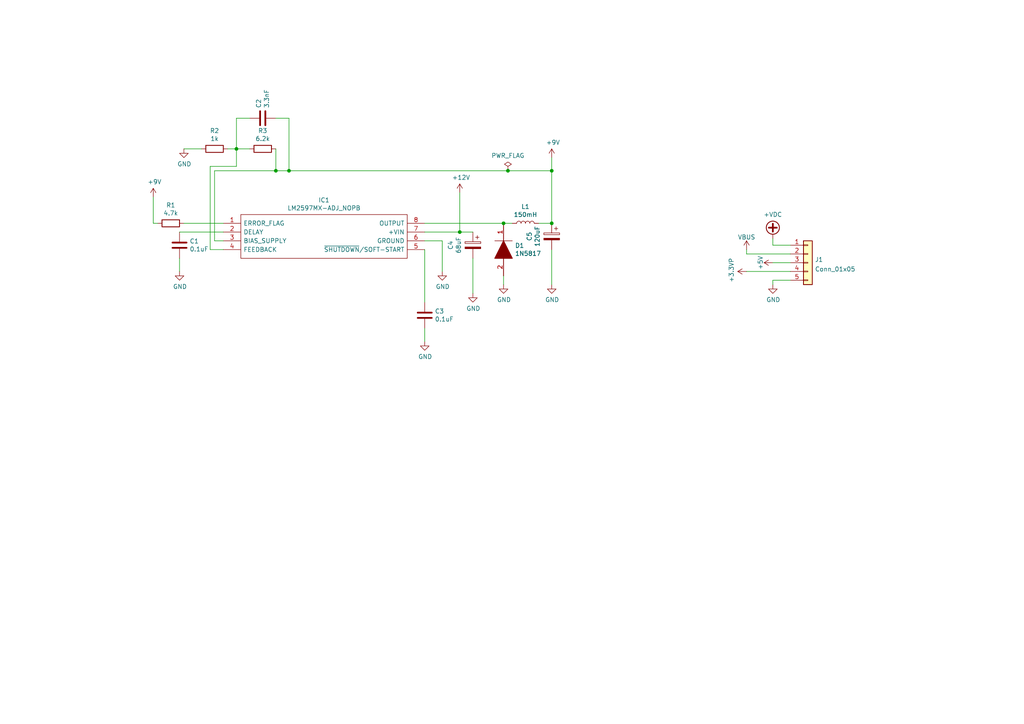
<source format=kicad_sch>
(kicad_sch (version 20211123) (generator eeschema)
  (paper "A4")
  (lib_symbols
    (symbol "Connector_Generic:Conn_01x05" (pin_names (offset 1.016) hide)
      (property "Reference" "J" (at 0 7.62 0))
      (property "Value" "Conn_01x05" (at 0 -7.62 0))
      (symbol "Conn_01x05_1_1"
        (rectangle (start -1.27 -4.953) (end 0 -5.207) (stroke (width 0.1524)))
        (rectangle (start -1.27 -2.413) (end 0 -2.667) (stroke (width 0.1524)))
        (rectangle (start -1.27 0.127) (end 0 -0.127) (stroke (width 0.1524)))
        (rectangle (start -1.27 2.667) (end 0 2.413) (stroke (width 0.1524)))
        (rectangle (start -1.27 5.207) (end 0 4.953) (stroke (width 0.1524)))
        (rectangle (start -1.27 6.35) (end 1.27 -6.35) (stroke (width 0.254)) (fill (type background)))
        (pin passive line (at -5.08 5.08 0) (length 3.81) (name "Pin_1") (number "1"))
        (pin passive line (at -5.08 2.54 0) (length 3.81) (name "Pin_2") (number "2"))
        (pin passive line (at -5.08 0 0) (length 3.81) (name "Pin_3") (number "3"))
        (pin passive line (at -5.08 -2.54 0) (length 3.81) (name "Pin_4") (number "4"))
        (pin passive line (at -5.08 -5.08 0) (length 3.81) (name "Pin_5") (number "5"))
      )
    )
    (symbol "Device:C" (pin_numbers hide) (pin_names (offset 0.254))
      (property "Reference" "C" (at 0.635 2.54 0))
      (property "Value" "C" (at 0.635 -2.54 0))
      (symbol "C_0_1"
        (polyline (pts (xy -2.032 -0.762) (xy 2.032 -0.762)) (stroke (width 0.508)))
        (polyline (pts (xy -2.032 0.762) (xy 2.032 0.762)) (stroke (width 0.508)))
      )
      (symbol "C_1_1"
        (pin passive line (at 0 3.81 270) (length 2.794) (name "~") (number "1"))
        (pin passive line (at 0 -3.81 90) (length 2.794) (name "~") (number "2"))
      )
    )
    (symbol "Device:CP" (pin_numbers hide) (pin_names (offset 0.254))
      (property "Reference" "C" (at 0.635 2.54 0))
      (property "Value" "Device_CP" (at 0.635 -2.54 0))
      (symbol "CP_0_1"
        (rectangle (start -2.286 0.508) (end 2.286 1.016))
        (polyline (pts (xy -1.778 2.286) (xy -0.762 2.286)))
        (polyline (pts (xy -1.27 2.794) (xy -1.27 1.778)))
        (rectangle (start 2.286 -0.508) (end -2.286 -1.016) (fill (type outline)))
      )
      (symbol "CP_1_1"
        (pin passive line (at 0 3.81 270) (length 2.794) (name "~") (number "1"))
        (pin passive line (at 0 -3.81 90) (length 2.794) (name "~") (number "2"))
      )
    )
    (symbol "Device:L" (pin_numbers hide) (pin_names (offset 1.016) hide)
      (property "Reference" "L" (at -1.27 0 90))
      (property "Value" "L" (at 1.905 0 90))
      (symbol "L_0_1"
        (arc (start 0 -2.54) (mid 0.635 -1.905) (end 0 -1.27))
        (arc (start 0 -1.27) (mid 0.635 -0.635) (end 0 0))
        (arc (start 0 0) (mid 0.635 0.635) (end 0 1.27))
        (arc (start 0 1.27) (mid 0.635 1.905) (end 0 2.54))
      )
      (symbol "L_1_1"
        (pin passive line (at 0 3.81 270) (length 1.27) (name "1") (number "1"))
        (pin passive line (at 0 -3.81 90) (length 1.27) (name "2") (number "2"))
      )
    )
    (symbol "Device:R" (pin_numbers hide) (pin_names (offset 0))
      (property "Reference" "R" (at 2.032 0 90))
      (property "Value" "R" (at 0 0 90))
      (symbol "R_0_1"
        (rectangle (start -1.016 -2.54) (end 1.016 2.54) (stroke (width 0.254)))
      )
      (symbol "R_1_1"
        (pin passive line (at 0 3.81 270) (length 1.27) (name "~") (number "1"))
        (pin passive line (at 0 -3.81 90) (length 1.27) (name "~") (number "2"))
      )
    )
    (symbol "SamacSys_Parts:1N5817" (pin_names (offset 0.762))
      (property "Reference" "D" (at 11.43 5.08 0))
      (property "Value" "SamacSys_Parts_1N5817" (at 11.43 2.54 0))
      (symbol "1N5817_0_0"
        (pin passive line (at 0 0 0) (length 5.08) (name "~") (number "1"))
        (pin passive line (at 15.24 0 180) (length 5.08) (name "~") (number "2"))
      )
      (symbol "1N5817_0_1"
        (polyline (pts (xy 5.08 2.54) (xy 5.08 -2.54)) (stroke (width 0.1524)))
        (polyline (pts (xy 5.08 0) (xy 10.16 2.54) (xy 10.16 -2.54) (xy 5.08 0)) (stroke (width 0.254)) (fill (type outline)))
      )
    )
    (symbol "SamacSys_Parts:LM2597MX-ADJ_NOPB" (pin_names (offset 0.762))
      (property "Reference" "IC" (at 54.61 7.62 0))
      (property "Value" "SamacSys_Parts_LM2597MX-ADJ_NOPB" (at 54.61 5.08 0))
      (symbol "LM2597MX-ADJ_NOPB_0_0"
        (pin passive line (at 0 0 0) (length 5.08) (name "ERROR_FLAG") (number "1"))
        (pin passive line (at 0 -2.54 0) (length 5.08) (name "DELAY") (number "2"))
        (pin passive line (at 0 -5.08 0) (length 5.08) (name "BIAS_SUPPLY") (number "3"))
        (pin passive line (at 0 -7.62 0) (length 5.08) (name "FEEDBACK") (number "4"))
        (pin passive line (at 58.42 -7.62 180) (length 5.08) (name "~{SHUTDOWN}/SOFT-START") (number "5"))
        (pin passive line (at 58.42 -5.08 180) (length 5.08) (name "GROUND") (number "6"))
        (pin passive line (at 58.42 -2.54 180) (length 5.08) (name "+VIN") (number "7"))
        (pin passive line (at 58.42 0 180) (length 5.08) (name "OUTPUT") (number "8"))
      )
      (symbol "LM2597MX-ADJ_NOPB_0_1"
        (polyline (pts (xy 5.08 2.54) (xy 53.34 2.54) (xy 53.34 -10.16) (xy 5.08 -10.16) (xy 5.08 2.54)) (stroke (width 0.1524)))
      )
    )
    (symbol "power:+12V" (power) (pin_names (offset 0))
      (property "Value" "+12V" (at 0 3.556 0))
      (symbol "+12V_0_1"
        (polyline (pts (xy -0.762 1.27) (xy 0 2.54)))
        (polyline (pts (xy 0 0) (xy 0 2.54)))
        (polyline (pts (xy 0 2.54) (xy 0.762 1.27)))
      )
      (symbol "+12V_1_1"
        (pin power_in line (at 0 0 90) (length 0) hide (name "+12V") (number "1"))
      )
    )
    (symbol "power:+3.3VP" (power) (pin_names (offset 0))
      (property "Value" "+3.3VP" (at 0 2.54 0))
      (symbol "+3.3VP_0_0"
        (pin power_in line (at 0 0 90) (length 0) hide (name "+3.3VP") (number "1"))
      )
      (symbol "+3.3VP_0_1"
        (polyline (pts (xy -0.762 1.27) (xy 0 2.54)))
        (polyline (pts (xy 0 0) (xy 0 2.54)))
        (polyline (pts (xy 0 2.54) (xy 0.762 1.27)))
      )
    )
    (symbol "power:+5V" (power) (pin_names (offset 0))
      (property "Value" "+5V" (at 0 3.556 0))
      (symbol "+5V_0_1"
        (polyline (pts (xy -0.762 1.27) (xy 0 2.54)))
        (polyline (pts (xy 0 0) (xy 0 2.54)))
        (polyline (pts (xy 0 2.54) (xy 0.762 1.27)))
      )
      (symbol "+5V_1_1"
        (pin power_in line (at 0 0 90) (length 0) hide (name "+5V") (number "1"))
      )
    )
    (symbol "power:+9V" (power) (pin_names (offset 0))
      (property "Value" "+9V" (at 0 3.556 0))
      (symbol "+9V_0_1"
        (polyline (pts (xy -0.762 1.27) (xy 0 2.54)))
        (polyline (pts (xy 0 0) (xy 0 2.54)))
        (polyline (pts (xy 0 2.54) (xy 0.762 1.27)))
      )
      (symbol "+9V_1_1"
        (pin power_in line (at 0 0 90) (length 0) hide (name "+9V") (number "1"))
      )
    )
    (symbol "power:+VDC" (power) (pin_names (offset 0))
      (property "Value" "+VDC" (at 0 6.35 0))
      (symbol "+VDC_0_1"
        (polyline (pts (xy -1.143 3.175) (xy 1.143 3.175)) (stroke (width 0.508)))
        (polyline (pts (xy 0 0) (xy 0 1.27)))
        (polyline (pts (xy 0 2.032) (xy 0 4.318)) (stroke (width 0.508)))
        (circle (center 0 3.175) (radius 1.905) (stroke (width 0.254)))
      )
      (symbol "+VDC_1_1"
        (pin power_in line (at 0 0 90) (length 0) hide (name "+VDC") (number "1"))
      )
    )
    (symbol "power:GND" (power) (pin_names (offset 0))
      (property "Value" "GND" (at 0 -3.81 0))
      (symbol "GND_0_1"
        (polyline (pts (xy 0 0) (xy 0 -1.27) (xy 1.27 -1.27) (xy 0 -2.54) (xy -1.27 -1.27) (xy 0 -1.27)))
      )
      (symbol "GND_1_1"
        (pin power_in line (at 0 0 270) (length 0) hide (name "GND") (number "1"))
      )
    )
    (symbol "power:PWR_FLAG" (power) (pin_numbers hide) (pin_names (offset 0) hide)
      (property "Value" "PWR_FLAG" (at 0 3.81 0))
      (symbol "PWR_FLAG_0_0"
        (pin power_out line (at 0 0 90) (length 0) (name "pwr") (number "1"))
      )
      (symbol "PWR_FLAG_0_1"
        (polyline (pts (xy 0 0) (xy 0 1.27) (xy -1.016 1.905) (xy 0 2.54) (xy 1.016 1.905) (xy 0 1.27)))
      )
    )
    (symbol "power:VBUS" (power) (pin_names (offset 0))
      (property "Value" "VBUS" (at 0 3.81 0))
      (symbol "VBUS_0_1"
        (polyline (pts (xy -0.762 1.27) (xy 0 2.54)))
        (polyline (pts (xy 0 0) (xy 0 2.54)))
        (polyline (pts (xy 0 2.54) (xy 0.762 1.27)))
      )
      (symbol "VBUS_1_1"
        (pin power_in line (at 0 0 90) (length 0) hide (name "VBUS") (number "1"))
      )
    )
  )
  (junction (at 160.02 64.77))
  (junction (at 83.82 49.53))
  (junction (at 160.02 49.53))
  (junction (at 68.58 43.18))
  (junction (at 146.05 64.77))
  (junction (at 147.32 49.53))
  (junction (at 80.01 49.53))
  (junction (at 133.35 67.31))
  (wire (pts (xy 62.23 69.85) (xy 64.77 69.85)))
  (wire (pts (xy 64.77 67.31) (xy 52.07 67.31)))
  (wire (pts (xy 137.16 67.31) (xy 133.35 67.31)))
  (wire (pts (xy 216.535 73.66) (xy 216.535 72.39)))
  (wire (pts (xy 123.19 69.85) (xy 128.27 69.85)))
  (wire (pts (xy 133.35 55.88) (xy 133.35 67.31)))
  (wire (pts (xy 147.32 49.53) (xy 160.02 49.53)))
  (wire (pts (xy 160.02 82.55) (xy 160.02 72.39)))
  (wire (pts (xy 229.235 81.28) (xy 224.155 81.28)))
  (wire (pts (xy 44.45 64.77) (xy 45.72 64.77)))
  (wire (pts (xy 123.19 67.31) (xy 133.35 67.31)))
  (wire (pts (xy 83.82 34.29) (xy 83.82 49.53)))
  (wire (pts (xy 123.19 64.77) (xy 146.05 64.77)))
  (wire (pts (xy 80.01 49.53) (xy 83.82 49.53)))
  (wire (pts (xy 148.59 64.77) (xy 146.05 64.77)))
  (wire (pts (xy 62.23 69.85) (xy 62.23 49.53)))
  (wire (pts (xy 123.19 95.25) (xy 123.19 99.06)))
  (wire (pts (xy 68.58 34.29) (xy 72.39 34.29)))
  (wire (pts (xy 52.07 74.93) (xy 52.07 78.74)))
  (wire (pts (xy 60.96 72.39) (xy 60.96 48.26)))
  (wire (pts (xy 83.82 49.53) (xy 147.32 49.53)))
  (wire (pts (xy 146.05 82.55) (xy 146.05 80.01)))
  (wire (pts (xy 64.77 72.39) (xy 60.96 72.39)))
  (wire (pts (xy 128.27 78.74) (xy 128.27 69.85)))
  (wire (pts (xy 160.02 45.72) (xy 160.02 49.53)))
  (wire (pts (xy 224.155 81.28) (xy 224.155 82.55)))
  (wire (pts (xy 229.235 71.12) (xy 224.155 71.12)))
  (wire (pts (xy 160.02 49.53) (xy 160.02 64.77)))
  (wire (pts (xy 80.01 49.53) (xy 80.01 43.18)))
  (wire (pts (xy 68.58 43.18) (xy 68.58 34.29)))
  (wire (pts (xy 224.155 71.12) (xy 224.155 69.215)))
  (wire (pts (xy 80.01 34.29) (xy 83.82 34.29)))
  (wire (pts (xy 224.155 76.2) (xy 229.235 76.2)))
  (wire (pts (xy 156.21 64.77) (xy 160.02 64.77)))
  (wire (pts (xy 44.45 57.15) (xy 44.45 64.77)))
  (wire (pts (xy 123.19 72.39) (xy 123.19 87.63)))
  (wire (pts (xy 62.23 49.53) (xy 80.01 49.53)))
  (wire (pts (xy 64.77 64.77) (xy 53.34 64.77)))
  (wire (pts (xy 216.535 78.74) (xy 229.235 78.74)))
  (wire (pts (xy 72.39 43.18) (xy 68.58 43.18)))
  (wire (pts (xy 68.58 48.26) (xy 68.58 43.18)))
  (wire (pts (xy 137.16 85.09) (xy 137.16 74.93)))
  (wire (pts (xy 68.58 43.18) (xy 66.04 43.18)))
  (wire (pts (xy 60.96 48.26) (xy 68.58 48.26)))
  (wire (pts (xy 58.42 43.18) (xy 53.34 43.18)))
  (wire (pts (xy 229.235 73.66) (xy 216.535 73.66)))
  (symbol (lib_id "power:GND") (at 123.19 99.06 0) (unit 1)
    (property "Reference" "#PWR04" (effects hide))
    (property "Value" "GND" (at 123.317 103.4542 0))
  )
  (symbol (lib_id "Device:CP") (at 160.02 68.58 0) (mirror y) (unit 1)
    (property "Reference" "C5" (at 153.543 68.58 90))
    (property "Value" "120uF" (at 155.8544 68.58 90))
    (property "Footprint" "Capacitor_THT:CP_Radial_D8.0mm_P5.00mm" (effects hide))
  )
  (symbol (lib_id "power:+12V") (at 133.35 55.88 0) (unit 1)
    (property "Reference" "#PWR06" (effects hide))
    (property "Value" "+12V" (at 133.731 51.4858 0))
  )
  (symbol (lib_id "power:+9V") (at 160.02 45.72 0) (unit 1)
    (property "Reference" "#PWR09" (effects hide))
    (property "Value" "+9V" (at 160.401 41.3258 0))
  )
  (symbol (lib_id "power:GND") (at 137.16 85.09 0) (unit 1)
    (property "Reference" "#PWR07" (effects hide))
    (property "Value" "GND" (at 137.287 89.4842 0))
  )
  (symbol (lib_id "power:+9V") (at 44.45 57.15 0) (unit 1)
    (property "Reference" "#PWR01" (effects hide))
    (property "Value" "+9V" (at 44.831 52.7558 0))
  )
  (symbol (lib_id "Device:C") (at 52.07 71.12 0) (unit 1)
    (property "Reference" "C1" (at 54.991 69.9516 0) (effects (justify left)))
    (property "Value" "0.1uF" (at 54.991 72.263 0) (effects (justify left)))
    (property "Footprint" "Capacitor_THT:C_Rect_L9.0mm_W3.6mm_P7.50mm_MKT" (effects hide))
  )
  (symbol (lib_id "Connector_Generic:Conn_01x05") (at 234.315 76.2 0) (unit 1)
    (property "Reference" "J1" (at 236.347 75.2915 0) (effects (justify left)))
    (property "Value" "Conn_01x05" (at 236.347 78.0666 0) (effects (justify left)))
    (property "Footprint" "Connector_PinHeader_2.54mm:PinHeader_1x05_P2.54mm_Vertical" (effects hide))
  )
  (symbol (lib_id "power:GND") (at 160.02 82.55 0) (unit 1)
    (property "Reference" "#PWR010" (effects hide))
    (property "Value" "GND" (at 160.147 86.9442 0))
  )
  (symbol (lib_id "Device:C") (at 76.2 34.29 90) (unit 1)
    (property "Reference" "C2" (at 75.0316 31.369 0) (effects (justify left)))
    (property "Value" "3.3nF" (at 77.343 31.369 0) (effects (justify left)))
    (property "Footprint" "Capacitor_THT:C_Rect_L9.0mm_W3.6mm_P7.50mm_MKT" (effects hide))
  )
  (symbol (lib_id "power:+3.3VP") (at 216.535 78.74 90) (unit 1)
    (property "Reference" "#PWR012" (effects hide))
    (property "Value" "+3.3VP" (at 212.1408 78.359 0))
  )
  (symbol (lib_id "power:+5V") (at 224.155 76.2 90) (unit 1)
    (property "Reference" "#PWR014" (effects hide))
    (property "Value" "+5V" (at 220.5505 76.2 0))
  )
  (symbol (lib_id "power:+VDC") (at 224.155 69.215 0) (unit 1)
    (property "Reference" "#PWR013" (effects hide))
    (property "Value" "+VDC" (at 224.155 62.23 0))
  )
  (symbol (lib_id "SamacSys_Parts:LM2597MX-ADJ_NOPB") (at 64.77 64.77 0) (unit 1)
    (property "Reference" "IC1" (at 93.98 58.039 0))
    (property "Value" "LM2597MX-ADJ_NOPB" (at 93.98 60.3504 0))
    (property "Footprint" "SamacSys_Parts:SOIC127P600X175-8N" (effects hide))
    (property "Datasheet" "http://www.ti.com/lit/gpn/LM2597" (effects hide))
    (property "Description" "SIMPLE SWITCHER Power Converter 150 kHz 0.5A Step-Down Voltage Regulator" (effects hide))
    (property "Height" "1.75" (effects hide))
    (property "Mouser Part Number" "926-LM2597MXADJNOPB" (effects hide))
    (property "Mouser Price/Stock" "https://www.mouser.co.uk/ProductDetail/Texas-Instruments/LM2597MX-ADJ-NOPB?qs=X1J7HmVL2ZEDIgwfzjXNjw%3D%3D" (effects hide))
    (property "Manufacturer_Name" "Texas Instruments" (effects hide))
    (property "Manufacturer_Part_Number" "LM2597MX-ADJ/NOPB" (effects hide))
  )
  (symbol (lib_id "power:PWR_FLAG") (at 147.32 49.53 0) (mirror y) (unit 1)
    (property "Reference" "#FLG01" (effects hide))
    (property "Value" "PWR_FLAG" (at 147.32 45.1358 0))
  )
  (symbol (lib_id "Device:R") (at 76.2 43.18 270) (unit 1)
    (property "Reference" "R3" (at 76.2 37.9222 90))
    (property "Value" "6.2k" (at 76.2 40.2336 90))
    (property "Footprint" "Resistor_THT:R_Axial_DIN0204_L3.6mm_D1.6mm_P7.62mm_Horizontal" (effects hide))
  )
  (symbol (lib_id "Device:CP") (at 137.16 71.12 0) (mirror y) (unit 1)
    (property "Reference" "C4" (at 130.683 71.12 90))
    (property "Value" "68uF" (at 132.9944 71.12 90))
    (property "Footprint" "Capacitor_THT:CP_Radial_D5.0mm_P2.50mm" (effects hide))
  )
  (symbol (lib_id "power:GND") (at 146.05 82.55 0) (unit 1)
    (property "Reference" "#PWR08" (effects hide))
    (property "Value" "GND" (at 146.177 86.9442 0))
  )
  (symbol (lib_id "Device:R") (at 49.53 64.77 270) (unit 1)
    (property "Reference" "R1" (at 49.53 59.5122 90))
    (property "Value" "4.7k" (at 49.53 61.8236 90))
    (property "Footprint" "Resistor_THT:R_Axial_DIN0207_L6.3mm_D2.5mm_P2.54mm_Vertical" (effects hide))
  )
  (symbol (lib_id "Device:C") (at 123.19 91.44 0) (unit 1)
    (property "Reference" "C3" (at 126.111 90.2716 0) (effects (justify left)))
    (property "Value" "0.1uF" (at 126.111 92.583 0) (effects (justify left)))
    (property "Footprint" "Capacitor_THT:C_Rect_L9.0mm_W3.6mm_P7.50mm_MKT" (effects hide))
  )
  (symbol (lib_id "power:GND") (at 53.34 43.18 0) (unit 1)
    (property "Reference" "#PWR03" (effects hide))
    (property "Value" "GND" (at 53.467 47.5742 0))
  )
  (symbol (lib_id "power:VBUS") (at 216.535 72.39 0) (unit 1)
    (property "Reference" "#PWR011" (effects hide))
    (property "Value" "VBUS" (at 216.535 68.7855 0))
  )
  (symbol (lib_id "power:GND") (at 52.07 78.74 0) (unit 1)
    (property "Reference" "#PWR02" (effects hide))
    (property "Value" "GND" (at 52.197 83.1342 0))
  )
  (symbol (lib_id "Device:L") (at 152.4 64.77 90) (unit 1)
    (property "Reference" "L1" (at 152.4 59.944 90))
    (property "Value" "150mH" (at 152.4 62.2554 90))
    (property "Footprint" "Inductor_THT:L_Axial_L9.5mm_D4.0mm_P15.24mm_Horizontal_Fastron_SMCC" (effects hide))
  )
  (symbol (lib_id "power:GND") (at 128.27 78.74 0) (unit 1)
    (property "Reference" "#PWR05" (effects hide))
    (property "Value" "GND" (at 128.397 83.1342 0))
  )
  (symbol (lib_id "power:GND") (at 224.155 82.55 0) (unit 1)
    (property "Reference" "#PWR015" (effects hide))
    (property "Value" "GND" (at 224.282 86.9442 0))
  )
  (symbol (lib_id "SamacSys_Parts:1N5817") (at 146.05 64.77 270) (unit 1)
    (property "Reference" "D1" (at 149.352 71.2216 90) (effects (justify left)))
    (property "Value" "1N5817" (at 149.352 73.533 90) (effects (justify left)))
    (property "Footprint" "SamacSys_Parts:DIOAD1414W86L464D238" (effects hide))
    (property "Datasheet" "http://www.st.com/web/en/resource/technical/document/datasheet/CD00001625.pdf" (effects hide))
    (property "Description" "1N5817, Schottky Diode,  1A max, 20V, 2-Pin, DO-41" (effects hide))
    (property "Mouser Part Number" "511-1N5817" (effects hide))
    (property "Mouser Price/Stock" "https://www.mouser.co.uk/ProductDetail/STMicroelectronics/1N5817?qs=JV7lzlMm3yKNnxZdh%252BSMnw%3D%3D" (effects hide))
    (property "Manufacturer_Name" "STMicroelectronics" (effects hide))
    (property "Manufacturer_Part_Number" "1N5817" (effects hide))
  )
  (symbol (lib_id "Device:R") (at 62.23 43.18 270) (unit 1)
    (property "Reference" "R2" (at 62.23 37.9222 90))
    (property "Value" "1k" (at 62.23 40.2336 90))
    (property "Footprint" "Resistor_THT:R_Axial_DIN0204_L3.6mm_D1.6mm_P7.62mm_Horizontal" (effects hide))
  )
)
</source>
